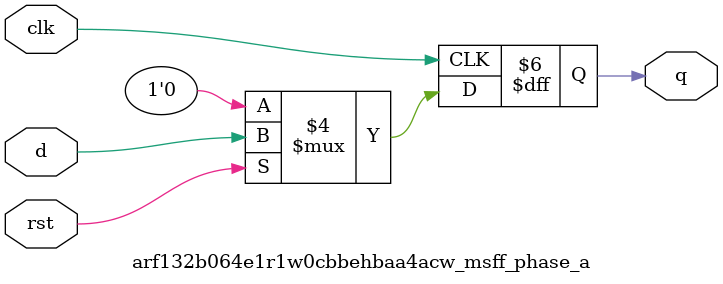
<source format=sv>
`ifndef ARF132B064E1R1W0CBBEHBAA4ACW_MSFF_PHASE_A_SV
`define ARF132B064E1R1W0CBBEHBAA4ACW_MSFF_PHASE_A_SV

module arf132b064e1r1w0cbbehbaa4acw_msff_phase_a #
(
  parameter DWIDTH = 1
)
(
  input  logic [DWIDTH-1:0] d,
  input  logic clk,
  input  logic rst,
  output logic [DWIDTH-1:0] q
);

always_ff @ (posedge clk) begin
  if (~rst) begin
    q <= '0;
  end
  else begin
    q <= d;
  end
end

endmodule // arf132b064e1r1w0cbbehbaa4acw_msff_phase_a

`endif // ARF132B064E1R1W0CBBEHBAA4ACW_MSFF_PHASE_A_SV
</source>
